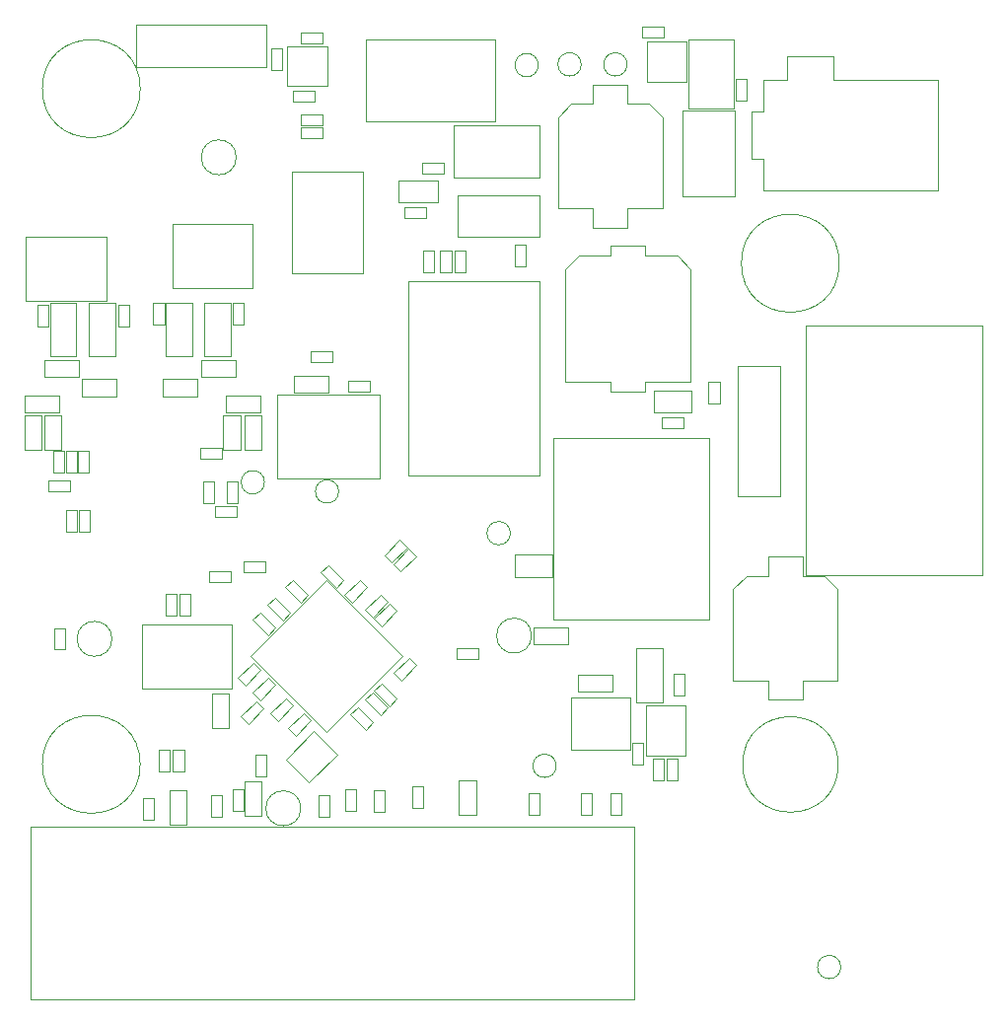
<source format=gbr>
G04 #@! TF.GenerationSoftware,KiCad,Pcbnew,(6.0.7)*
G04 #@! TF.CreationDate,2022-07-29T08:46:12-07:00*
G04 #@! TF.ProjectId,SJ-201-R10,534a2d32-3031-42d5-9231-302e6b696361,rev?*
G04 #@! TF.SameCoordinates,Original*
G04 #@! TF.FileFunction,Other,User*
%FSLAX46Y46*%
G04 Gerber Fmt 4.6, Leading zero omitted, Abs format (unit mm)*
G04 Created by KiCad (PCBNEW (6.0.7)) date 2022-07-29 08:46:12*
%MOMM*%
%LPD*%
G01*
G04 APERTURE LIST*
%ADD10C,0.050000*%
G04 APERTURE END LIST*
D10*
G04 #@! TO.C,J7*
X41670000Y-1406000D02*
X41670000Y-8406000D01*
X41670000Y-1406000D02*
X30570000Y-1406000D01*
X30570000Y-8406000D02*
X30570000Y-1406000D01*
X30570000Y-8406000D02*
X41670000Y-8406000D01*
G04 #@! TO.C,R16*
X52540000Y-66126000D02*
X52540000Y-67986000D01*
X51600000Y-66126000D02*
X52540000Y-66126000D01*
X51600000Y-67986000D02*
X51600000Y-66126000D01*
X52540000Y-67986000D02*
X51600000Y-67986000D01*
G04 #@! TO.C,R33*
X45491500Y-67986000D02*
X44551500Y-67986000D01*
X45491500Y-66126000D02*
X45491500Y-67986000D01*
X44551500Y-66126000D02*
X45491500Y-66126000D01*
X44551500Y-67986000D02*
X44551500Y-66126000D01*
G04 #@! TO.C,R20*
X24978000Y-7836840D02*
X26838000Y-7836840D01*
X26838000Y-8776840D02*
X24978000Y-8776840D01*
X24978000Y-8776840D02*
X24978000Y-7836840D01*
X26838000Y-7836840D02*
X26838000Y-8776840D01*
G04 #@! TO.C,TP4*
X46923200Y-63754000D02*
G75*
G03*
X46923200Y-63754000I-1000000J0D01*
G01*
G04 #@! TO.C,R25*
X26838000Y-8928000D02*
X26838000Y-9868000D01*
X26838000Y-9868000D02*
X24978000Y-9868000D01*
X24978000Y-9868000D02*
X24978000Y-8928000D01*
X24978000Y-8928000D02*
X26838000Y-8928000D01*
G04 #@! TO.C,Q3*
X54688000Y-1552000D02*
X58088000Y-1552000D01*
X58088000Y-1552000D02*
X58088000Y-5052000D01*
X54688000Y-5052000D02*
X54688000Y-1552000D01*
X58088000Y-5052000D02*
X54688000Y-5052000D01*
G04 #@! TO.C,R22*
X31280000Y-65872000D02*
X32220000Y-65872000D01*
X32220000Y-67732000D02*
X31280000Y-67732000D01*
X32220000Y-65872000D02*
X32220000Y-67732000D01*
X31280000Y-67732000D02*
X31280000Y-65872000D01*
G04 #@! TO.C,L1*
X46640000Y-51234000D02*
X60040000Y-51234000D01*
X60040000Y-51234000D02*
X60040000Y-35634000D01*
X46640000Y-35634000D02*
X46640000Y-51234000D01*
X60040000Y-35634000D02*
X46640000Y-35634000D01*
G04 #@! TO.C,R42*
X49060000Y-67986000D02*
X49060000Y-66126000D01*
X50000000Y-67986000D02*
X49060000Y-67986000D01*
X50000000Y-66126000D02*
X50000000Y-67986000D01*
X49060000Y-66126000D02*
X50000000Y-66126000D01*
G04 #@! TO.C,J5*
X66112800Y-29452000D02*
X62512800Y-29452000D01*
X62512800Y-40652000D02*
X66112800Y-40652000D01*
X62512800Y-29452000D02*
X62512800Y-40652000D01*
X66112800Y-40652000D02*
X66112800Y-29452000D01*
G04 #@! TO.C,J1*
X70710000Y-4876000D02*
X79710000Y-4876000D01*
X64710000Y-7626000D02*
X64710000Y-4876000D01*
X64710000Y-14126000D02*
X64710000Y-14376000D01*
X64710000Y-11626000D02*
X63710000Y-11626000D01*
X66710000Y-4876000D02*
X66710000Y-2876000D01*
X64710000Y-4876000D02*
X66710000Y-4876000D01*
X70710000Y-2876000D02*
X70710000Y-4876000D01*
X66710000Y-2876000D02*
X70710000Y-2876000D01*
X64710000Y-14376000D02*
X79710000Y-14376000D01*
X64710000Y-14126000D02*
X64710000Y-11626000D01*
X79710000Y-4876000D02*
X79710000Y-14376000D01*
X63710000Y-7626000D02*
X64710000Y-7626000D01*
X63710000Y-11626000D02*
X63710000Y-7626000D01*
G04 #@! TO.C,J3*
X1385400Y-23848600D02*
X8285400Y-23848600D01*
X1385400Y-18348600D02*
X1385400Y-23848600D01*
X8285400Y-23848600D02*
X8285400Y-18348600D01*
X8285400Y-18348600D02*
X1385400Y-18348600D01*
G04 #@! TO.C,J4*
X13983800Y-17256400D02*
X13983800Y-22756400D01*
X13983800Y-22756400D02*
X20883800Y-22756400D01*
X20883800Y-22756400D02*
X20883800Y-17256400D01*
X20883800Y-17256400D02*
X13983800Y-17256400D01*
G04 #@! TO.C,R38*
X22060000Y-64684000D02*
X21120000Y-64684000D01*
X21120000Y-64684000D02*
X21120000Y-62824000D01*
X21120000Y-62824000D02*
X22060000Y-62824000D01*
X22060000Y-62824000D02*
X22060000Y-64684000D01*
G04 #@! TO.C,L2*
X53272940Y-62359820D02*
X48212940Y-62359820D01*
X53272940Y-62359820D02*
X53272940Y-57859820D01*
X48212940Y-62359820D02*
X48212940Y-57859820D01*
X53272940Y-57859820D02*
X48212940Y-57859820D01*
G04 #@! TO.C,Q1*
X23790000Y-5412000D02*
X23790000Y-2012000D01*
X27290000Y-5412000D02*
X23790000Y-5412000D01*
X23790000Y-2012000D02*
X27290000Y-2012000D01*
X27290000Y-2012000D02*
X27290000Y-5412000D01*
G04 #@! TO.C,R2*
X24294380Y-6786140D02*
X24294380Y-5846140D01*
X26154380Y-6786140D02*
X24294380Y-6786140D01*
X24294380Y-5846140D02*
X26154380Y-5846140D01*
X26154380Y-5846140D02*
X26154380Y-6786140D01*
G04 #@! TO.C,R18*
X24978000Y-800000D02*
X26838000Y-800000D01*
X26838000Y-800000D02*
X26838000Y-1740000D01*
X26838000Y-1740000D02*
X24978000Y-1740000D01*
X24978000Y-1740000D02*
X24978000Y-800000D01*
G04 #@! TO.C,R32*
X23902051Y-60523269D02*
X25217269Y-59208051D01*
X24566731Y-61187949D02*
X23902051Y-60523269D01*
X25217269Y-59208051D02*
X25881949Y-59872731D01*
X25881949Y-59872731D02*
X24566731Y-61187949D01*
G04 #@! TO.C,C40*
X30551269Y-60679949D02*
X29236051Y-59364731D01*
X31215949Y-60015269D02*
X30551269Y-60679949D01*
X29900731Y-58700051D02*
X31215949Y-60015269D01*
X29236051Y-59364731D02*
X29900731Y-58700051D01*
G04 #@! TO.C,R27*
X56175000Y-1232000D02*
X54315000Y-1232000D01*
X56175000Y-292000D02*
X56175000Y-1232000D01*
X54315000Y-292000D02*
X56175000Y-292000D01*
X54315000Y-1232000D02*
X54315000Y-292000D01*
G04 #@! TO.C,C8*
X38230000Y-19520000D02*
X39170000Y-19520000D01*
X39170000Y-21380000D02*
X38230000Y-21380000D01*
X38230000Y-21380000D02*
X38230000Y-19520000D01*
X39170000Y-19520000D02*
X39170000Y-21380000D01*
G04 #@! TO.C,D1*
X55296000Y-33462000D02*
X58496000Y-33462000D01*
X55296000Y-31562000D02*
X55296000Y-33462000D01*
X58496000Y-31562000D02*
X58496000Y-33462000D01*
X55296000Y-31562000D02*
X58496000Y-31562000D01*
G04 #@! TO.C,C28*
X57826000Y-34760000D02*
X55966000Y-34760000D01*
X57826000Y-33820000D02*
X57826000Y-34760000D01*
X55966000Y-33820000D02*
X57826000Y-33820000D01*
X55966000Y-34760000D02*
X55966000Y-33820000D01*
G04 #@! TO.C,R41*
X34937002Y-55135678D02*
X33621784Y-56450896D01*
X33621784Y-56450896D02*
X32957104Y-55786216D01*
X32957104Y-55786216D02*
X34272322Y-54470998D01*
X34272322Y-54470998D02*
X34937002Y-55135678D01*
G04 #@! TO.C,C35*
X32485949Y-49712731D02*
X31170731Y-51027949D01*
X31821269Y-49048051D02*
X32485949Y-49712731D01*
X31170731Y-51027949D02*
X30506051Y-50363269D01*
X30506051Y-50363269D02*
X31821269Y-49048051D01*
G04 #@! TO.C,R34*
X33472269Y-44349051D02*
X34136949Y-45013731D01*
X32157051Y-45664269D02*
X33472269Y-44349051D01*
X32821731Y-46328949D02*
X32157051Y-45664269D01*
X34136949Y-45013731D02*
X32821731Y-46328949D01*
G04 #@! TO.C,R8*
X36980000Y-19520000D02*
X37920000Y-19520000D01*
X37920000Y-19520000D02*
X37920000Y-21380000D01*
X36980000Y-21380000D02*
X36980000Y-19520000D01*
X37920000Y-21380000D02*
X36980000Y-21380000D01*
G04 #@! TO.C,R39*
X14354000Y-50830000D02*
X13414000Y-50830000D01*
X13414000Y-48970000D02*
X14354000Y-48970000D01*
X13414000Y-50830000D02*
X13414000Y-48970000D01*
X14354000Y-48970000D02*
X14354000Y-50830000D01*
G04 #@! TO.C,C3*
X36470000Y-19520000D02*
X36470000Y-21380000D01*
X35530000Y-19520000D02*
X36470000Y-19520000D01*
X36470000Y-21380000D02*
X35530000Y-21380000D01*
X35530000Y-21380000D02*
X35530000Y-19520000D01*
G04 #@! TO.C,U1*
X34228000Y-22160000D02*
X34228000Y-38800000D01*
X34228000Y-38800000D02*
X45528000Y-38800000D01*
X45528000Y-22160000D02*
X34228000Y-22160000D01*
X45528000Y-38800000D02*
X45528000Y-22160000D01*
G04 #@! TO.C,C1*
X54586000Y-19150000D02*
X51586000Y-19150000D01*
X51586000Y-19150000D02*
X51586000Y-20000000D01*
X51586000Y-30800000D02*
X47686000Y-30800000D01*
X57336000Y-20000000D02*
X58486000Y-21150000D01*
X48836000Y-20000000D02*
X47686000Y-21150000D01*
X47686000Y-21150000D02*
X47686000Y-30800000D01*
X54586000Y-20000000D02*
X54586000Y-19150000D01*
X58486000Y-21150000D02*
X58486000Y-30800000D01*
X57336000Y-20000000D02*
X54586000Y-20000000D01*
X51586000Y-31650000D02*
X51586000Y-30800000D01*
X51586000Y-20000000D02*
X48836000Y-20000000D01*
X54586000Y-31650000D02*
X51586000Y-31650000D01*
X58486000Y-30800000D02*
X54586000Y-30800000D01*
X54586000Y-30800000D02*
X54586000Y-31650000D01*
G04 #@! TO.C,R40*
X14614000Y-50830000D02*
X14614000Y-48970000D01*
X15554000Y-50830000D02*
X14614000Y-50830000D01*
X14614000Y-48970000D02*
X15554000Y-48970000D01*
X15554000Y-48970000D02*
X15554000Y-50830000D01*
G04 #@! TO.C,C41*
X24103949Y-50617269D02*
X23439269Y-51281949D01*
X22788731Y-49302051D02*
X24103949Y-50617269D01*
X23439269Y-51281949D02*
X22124051Y-49966731D01*
X22124051Y-49966731D02*
X22788731Y-49302051D01*
G04 #@! TO.C,C63*
X62330000Y-6630000D02*
X62330000Y-4770000D01*
X63270000Y-4770000D02*
X63270000Y-6630000D01*
X62330000Y-4770000D02*
X63270000Y-4770000D01*
X63270000Y-6630000D02*
X62330000Y-6630000D01*
G04 #@! TO.C,C48*
X32485949Y-58745269D02*
X31821269Y-59409949D01*
X30506051Y-58094731D02*
X31170731Y-57430051D01*
X31821269Y-59409949D02*
X30506051Y-58094731D01*
X31170731Y-57430051D02*
X32485949Y-58745269D01*
G04 #@! TO.C,C42*
X30043269Y-47778051D02*
X30707949Y-48442731D01*
X29392731Y-49757949D02*
X28728051Y-49093269D01*
X30707949Y-48442731D02*
X29392731Y-49757949D01*
X28728051Y-49093269D02*
X30043269Y-47778051D01*
G04 #@! TO.C,C46*
X31932731Y-56668051D02*
X33247949Y-57983269D01*
X31268051Y-57332731D02*
X31932731Y-56668051D01*
X32583269Y-58647949D02*
X31268051Y-57332731D01*
X33247949Y-57983269D02*
X32583269Y-58647949D01*
G04 #@! TO.C,D14*
X38500000Y-18325000D02*
X38500000Y-14825000D01*
X38500000Y-14825000D02*
X45500000Y-14825000D01*
X45500000Y-18325000D02*
X38500000Y-18325000D01*
X45500000Y-14825000D02*
X45500000Y-18325000D01*
G04 #@! TO.C,C43*
X40274600Y-53632000D02*
X40274600Y-54572000D01*
X38414600Y-53632000D02*
X40274600Y-53632000D01*
X40274600Y-54572000D02*
X38414600Y-54572000D01*
X38414600Y-54572000D02*
X38414600Y-53632000D01*
G04 #@! TO.C,C44*
X31268051Y-51125269D02*
X32583269Y-49810051D01*
X32583269Y-49810051D02*
X33247949Y-50474731D01*
X31932731Y-51789949D02*
X31268051Y-51125269D01*
X33247949Y-50474731D02*
X31932731Y-51789949D01*
G04 #@! TO.C,C45*
X19838051Y-59507269D02*
X21153269Y-58192051D01*
X20502731Y-60171949D02*
X19838051Y-59507269D01*
X21817949Y-58856731D02*
X20502731Y-60171949D01*
X21153269Y-58192051D02*
X21817949Y-58856731D01*
G04 #@! TO.C,C53*
X26696051Y-47172731D02*
X27360731Y-46508051D01*
X27360731Y-46508051D02*
X28675949Y-47823269D01*
X28011269Y-48487949D02*
X26696051Y-47172731D01*
X28675949Y-47823269D02*
X28011269Y-48487949D01*
G04 #@! TO.C,C50*
X23042731Y-59917949D02*
X22378051Y-59253269D01*
X23693269Y-57938051D02*
X24357949Y-58602731D01*
X24357949Y-58602731D02*
X23042731Y-59917949D01*
X22378051Y-59253269D02*
X23693269Y-57938051D01*
G04 #@! TO.C,C4*
X60007400Y-32680000D02*
X60007400Y-30820000D01*
X60947400Y-32680000D02*
X60007400Y-32680000D01*
X60007400Y-30820000D02*
X60947400Y-30820000D01*
X60947400Y-30820000D02*
X60947400Y-32680000D01*
G04 #@! TO.C,C55*
X37252000Y-12916000D02*
X35392000Y-12916000D01*
X35392000Y-12916000D02*
X35392000Y-11976000D01*
X37252000Y-11976000D02*
X37252000Y-12916000D01*
X35392000Y-11976000D02*
X37252000Y-11976000D01*
G04 #@! TO.C,C57*
X33868000Y-15786000D02*
X35728000Y-15786000D01*
X35728000Y-15786000D02*
X35728000Y-16726000D01*
X35728000Y-16726000D02*
X33868000Y-16726000D01*
X33868000Y-16726000D02*
X33868000Y-15786000D01*
G04 #@! TO.C,C49*
X22169269Y-52551949D02*
X20854051Y-51236731D01*
X22833949Y-51887269D02*
X22169269Y-52551949D01*
X20854051Y-51236731D02*
X21518731Y-50572051D01*
X21518731Y-50572051D02*
X22833949Y-51887269D01*
G04 #@! TO.C,C47*
X23648051Y-48442731D02*
X24312731Y-47778051D01*
X24312731Y-47778051D02*
X25627949Y-49093269D01*
X25627949Y-49093269D02*
X24963269Y-49757949D01*
X24963269Y-49757949D02*
X23648051Y-48442731D01*
G04 #@! TO.C,C51*
X12357200Y-66532400D02*
X12357200Y-68392400D01*
X11417200Y-68392400D02*
X11417200Y-66532400D01*
X12357200Y-68392400D02*
X11417200Y-68392400D01*
X11417200Y-66532400D02*
X12357200Y-66532400D01*
G04 #@! TO.C,C52*
X20248731Y-56869949D02*
X19584051Y-56205269D01*
X21563949Y-55554731D02*
X20248731Y-56869949D01*
X20899269Y-54890051D02*
X21563949Y-55554731D01*
X19584051Y-56205269D02*
X20899269Y-54890051D01*
G04 #@! TO.C,R1*
X44331000Y-20919200D02*
X43391000Y-20919200D01*
X44331000Y-19059200D02*
X44331000Y-20919200D01*
X43391000Y-20919200D02*
X43391000Y-19059200D01*
X43391000Y-19059200D02*
X44331000Y-19059200D01*
G04 #@! TO.C,H3*
X11214300Y-5637800D02*
G75*
G03*
X11214300Y-5637800I-4200000J0D01*
G01*
G04 #@! TO.C,C6*
X63248800Y-47443000D02*
X62098800Y-48593000D01*
X69948800Y-47443000D02*
X71098800Y-48593000D01*
X68098800Y-47443000D02*
X68098800Y-45793000D01*
X62098800Y-48593000D02*
X62098800Y-56443000D01*
X65098800Y-58093000D02*
X65098800Y-56443000D01*
X69948800Y-47443000D02*
X68098800Y-47443000D01*
X65098800Y-45793000D02*
X65098800Y-47443000D01*
X68098800Y-45793000D02*
X65098800Y-45793000D01*
X68098800Y-56443000D02*
X68098800Y-58093000D01*
X65098800Y-56443000D02*
X62098800Y-56443000D01*
X71098800Y-56443000D02*
X68098800Y-56443000D01*
X65098800Y-47443000D02*
X63248800Y-47443000D01*
X71098800Y-48593000D02*
X71098800Y-56443000D01*
X68098800Y-58093000D02*
X65098800Y-58093000D01*
G04 #@! TO.C,U5*
X11384000Y-57100000D02*
X19084000Y-57100000D01*
X19084000Y-51600000D02*
X11384000Y-51600000D01*
X19084000Y-57100000D02*
X19084000Y-51600000D01*
X11384000Y-51600000D02*
X11384000Y-57100000D01*
G04 #@! TO.C,R24*
X18830000Y-57520000D02*
X18830000Y-60480000D01*
X17370000Y-60480000D02*
X17370000Y-57520000D01*
X17370000Y-57520000D02*
X18830000Y-57520000D01*
X18830000Y-60480000D02*
X17370000Y-60480000D01*
G04 #@! TO.C,TP18*
X71358000Y-81026000D02*
G75*
G03*
X71358000Y-81026000I-1000000J0D01*
G01*
G04 #@! TO.C,C7*
X53458100Y-61774000D02*
X54398100Y-61774000D01*
X54398100Y-61774000D02*
X54398100Y-63634000D01*
X54398100Y-63634000D02*
X53458100Y-63634000D01*
X53458100Y-63634000D02*
X53458100Y-61774000D01*
G04 #@! TO.C,R4*
X56174000Y-63174000D02*
X56174000Y-65034000D01*
X55234000Y-65034000D02*
X55234000Y-63174000D01*
X56174000Y-65034000D02*
X55234000Y-65034000D01*
X55234000Y-63174000D02*
X56174000Y-63174000D01*
G04 #@! TO.C,C5*
X57949020Y-57699720D02*
X57009020Y-57699720D01*
X57009020Y-57699720D02*
X57009020Y-55839720D01*
X57949020Y-55839720D02*
X57949020Y-57699720D01*
X57009020Y-55839720D02*
X57949020Y-55839720D01*
G04 #@! TO.C,D15*
X53791560Y-58332320D02*
X56091560Y-58332320D01*
X53791560Y-53632320D02*
X56091560Y-53632320D01*
X56091560Y-53632320D02*
X56091560Y-58332320D01*
X53791560Y-58332320D02*
X53791560Y-53632320D01*
G04 #@! TO.C,J6*
X1802000Y-83796000D02*
X53602000Y-83796000D01*
X53602000Y-68946000D02*
X1802000Y-68946000D01*
X53602000Y-83796000D02*
X53602000Y-68946000D01*
X1802000Y-68946000D02*
X1802000Y-83796000D01*
G04 #@! TO.C,X1*
X25695868Y-65184031D02*
X28100031Y-62779868D01*
X23715969Y-63204132D02*
X25695868Y-65184031D01*
X28100031Y-62779868D02*
X26120132Y-60799969D01*
X26120132Y-60799969D02*
X23715969Y-63204132D01*
G04 #@! TO.C,FB8*
X62150000Y-7350000D02*
X58250000Y-7350000D01*
X58250000Y-1450000D02*
X62150000Y-1450000D01*
X58250000Y-7350000D02*
X58250000Y-1450000D01*
X62150000Y-1450000D02*
X62150000Y-7350000D01*
G04 #@! TO.C,C64*
X56062000Y-8080000D02*
X56062000Y-15930000D01*
X50062000Y-15930000D02*
X47062000Y-15930000D01*
X54912000Y-6930000D02*
X53062000Y-6930000D01*
X56062000Y-15930000D02*
X53062000Y-15930000D01*
X47062000Y-8080000D02*
X47062000Y-15930000D01*
X54912000Y-6930000D02*
X56062000Y-8080000D01*
X53062000Y-17580000D02*
X50062000Y-17580000D01*
X53062000Y-15930000D02*
X53062000Y-17580000D01*
X53062000Y-6930000D02*
X53062000Y-5280000D01*
X50062000Y-6930000D02*
X48212000Y-6930000D01*
X50062000Y-17580000D02*
X50062000Y-15930000D01*
X50062000Y-5280000D02*
X50062000Y-6930000D01*
X48212000Y-6930000D02*
X47062000Y-8080000D01*
X53062000Y-5280000D02*
X50062000Y-5280000D01*
G04 #@! TO.C,H4*
X11214300Y-63626000D02*
G75*
G03*
X11214300Y-63626000I-4200000J0D01*
G01*
G04 #@! TO.C,R5*
X34898949Y-45775731D02*
X33583731Y-47090949D01*
X33583731Y-47090949D02*
X32919051Y-46426269D01*
X34234269Y-45111051D02*
X34898949Y-45775731D01*
X32919051Y-46426269D02*
X34234269Y-45111051D01*
G04 #@! TO.C,U7*
X58036020Y-58562120D02*
X54636020Y-58562120D01*
X58036020Y-58562120D02*
X58036020Y-62902120D01*
X54636020Y-62902120D02*
X54636020Y-58562120D01*
X54636020Y-62902120D02*
X58036020Y-62902120D01*
G04 #@! TO.C,C37*
X48795580Y-55955900D02*
X51755580Y-55955900D01*
X51755580Y-57415900D02*
X48795580Y-57415900D01*
X51755580Y-55955900D02*
X51755580Y-57415900D01*
X48795580Y-57415900D02*
X48795580Y-55955900D01*
G04 #@! TO.C,H1*
X71221800Y-20623800D02*
G75*
G03*
X71221800Y-20623800I-4200000J0D01*
G01*
G04 #@! TO.C,R3*
X56434000Y-65034000D02*
X56434000Y-63174000D01*
X57374000Y-65034000D02*
X56434000Y-65034000D01*
X57374000Y-63174000D02*
X57374000Y-65034000D01*
X56434000Y-63174000D02*
X57374000Y-63174000D01*
G04 #@! TO.C,H2*
X71134500Y-63638700D02*
G75*
G03*
X71134500Y-63638700I-4100000J0D01*
G01*
G04 #@! TO.C,FB5*
X36732000Y-15428000D02*
X33372000Y-15428000D01*
X33372000Y-15428000D02*
X33372000Y-13528000D01*
X33372000Y-13528000D02*
X36732000Y-13528000D01*
X36732000Y-13528000D02*
X36732000Y-15428000D01*
G04 #@! TO.C,C17*
X2962500Y-33690200D02*
X4422500Y-33690200D01*
X4422500Y-36650200D02*
X2962500Y-36650200D01*
X2962500Y-36650200D02*
X2962500Y-33690200D01*
X4422500Y-33690200D02*
X4422500Y-36650200D01*
G04 #@! TO.C,C20*
X2720700Y-36650200D02*
X1260700Y-36650200D01*
X1260700Y-33690200D02*
X2720700Y-33690200D01*
X2720700Y-33690200D02*
X2720700Y-36650200D01*
X1260700Y-36650200D02*
X1260700Y-33690200D01*
G04 #@! TO.C,C19*
X4283400Y-32001800D02*
X4283400Y-33461800D01*
X1323400Y-33461800D02*
X1323400Y-32001800D01*
X4283400Y-33461800D02*
X1323400Y-33461800D01*
X1323400Y-32001800D02*
X4283400Y-32001800D01*
G04 #@! TO.C,R19*
X40030000Y-65020000D02*
X40030000Y-67980000D01*
X40030000Y-67980000D02*
X38570000Y-67980000D01*
X38570000Y-65020000D02*
X40030000Y-65020000D01*
X38570000Y-67980000D02*
X38570000Y-65020000D01*
G04 #@! TO.C,C62*
X12341000Y-25914800D02*
X12341000Y-24054800D01*
X12341000Y-24054800D02*
X13281000Y-24054800D01*
X13281000Y-25914800D02*
X12341000Y-25914800D01*
X13281000Y-24054800D02*
X13281000Y-25914800D01*
G04 #@! TO.C,U4*
X22975500Y-39130500D02*
X31775500Y-39130500D01*
X31775500Y-39130500D02*
X31775500Y-31930500D01*
X22975500Y-31930500D02*
X22975500Y-39130500D01*
X31775500Y-31930500D02*
X22975500Y-31930500D01*
G04 #@! TO.C,R6*
X6831300Y-36726500D02*
X6831300Y-38586500D01*
X5891300Y-38586500D02*
X5891300Y-36726500D01*
X6831300Y-38586500D02*
X5891300Y-38586500D01*
X5891300Y-36726500D02*
X6831300Y-36726500D01*
G04 #@! TO.C,C10*
X3741300Y-36726500D02*
X4681300Y-36726500D01*
X4681300Y-36726500D02*
X4681300Y-38586500D01*
X4681300Y-38586500D02*
X3741300Y-38586500D01*
X3741300Y-38586500D02*
X3741300Y-36726500D01*
G04 #@! TO.C,C61*
X4864000Y-43678200D02*
X4864000Y-41818200D01*
X4864000Y-41818200D02*
X5804000Y-41818200D01*
X5804000Y-41818200D02*
X5804000Y-43678200D01*
X5804000Y-43678200D02*
X4864000Y-43678200D01*
G04 #@! TO.C,C60*
X24420000Y-31730000D02*
X24420000Y-30270000D01*
X24420000Y-30270000D02*
X27380000Y-30270000D01*
X27380000Y-31730000D02*
X24420000Y-31730000D01*
X27380000Y-30270000D02*
X27380000Y-31730000D01*
G04 #@! TO.C,R50*
X19500680Y-41475920D02*
X19500680Y-42415920D01*
X19500680Y-42415920D02*
X17640680Y-42415920D01*
X17640680Y-41475920D02*
X19500680Y-41475920D01*
X17640680Y-42415920D02*
X17640680Y-41475920D01*
G04 #@! TO.C,C59*
X30965499Y-30708500D02*
X30965499Y-31648500D01*
X29105499Y-30708500D02*
X30965499Y-30708500D01*
X29105499Y-31648500D02*
X29105499Y-30708500D01*
X30965499Y-31648500D02*
X29105499Y-31648500D01*
G04 #@! TO.C,FB4*
X15658200Y-24051000D02*
X15658200Y-28611000D01*
X15658200Y-28611000D02*
X13418200Y-28611000D01*
X13418200Y-28611000D02*
X13418200Y-24051000D01*
X13418200Y-24051000D02*
X15658200Y-24051000D01*
G04 #@! TO.C,FB3*
X16720200Y-24051000D02*
X18960200Y-24051000D01*
X18960200Y-24051000D02*
X18960200Y-28611000D01*
X16720200Y-28611000D02*
X16720200Y-24051000D01*
X18960200Y-28611000D02*
X16720200Y-28611000D01*
G04 #@! TO.C,C11*
X5751300Y-38581500D02*
X4811300Y-38581500D01*
X4811300Y-38581500D02*
X4811300Y-36721500D01*
X4811300Y-36721500D02*
X5751300Y-36721500D01*
X5751300Y-36721500D02*
X5751300Y-38581500D01*
G04 #@! TO.C,C23*
X16069000Y-30579400D02*
X16069000Y-32039400D01*
X13109000Y-32039400D02*
X13109000Y-30579400D01*
X16069000Y-32039400D02*
X13109000Y-32039400D01*
X13109000Y-30579400D02*
X16069000Y-30579400D01*
G04 #@! TO.C,C16*
X3291300Y-39281500D02*
X5151300Y-39281500D01*
X3291300Y-40221500D02*
X3291300Y-39281500D01*
X5151300Y-40221500D02*
X3291300Y-40221500D01*
X5151300Y-39281500D02*
X5151300Y-40221500D01*
G04 #@! TO.C,C26*
X19421800Y-30375700D02*
X16461800Y-30375700D01*
X16461800Y-28915700D02*
X19421800Y-28915700D01*
X19421800Y-28915700D02*
X19421800Y-30375700D01*
X16461800Y-30375700D02*
X16461800Y-28915700D01*
G04 #@! TO.C,C14*
X20166300Y-33690200D02*
X21626300Y-33690200D01*
X20166300Y-36650200D02*
X20166300Y-33690200D01*
X21626300Y-33690200D02*
X21626300Y-36650200D01*
X21626300Y-36650200D02*
X20166300Y-36650200D01*
G04 #@! TO.C,C39*
X19122800Y-24054800D02*
X20062800Y-24054800D01*
X20062800Y-24054800D02*
X20062800Y-25914800D01*
X20062800Y-25914800D02*
X19122800Y-25914800D01*
X19122800Y-25914800D02*
X19122800Y-24054800D01*
G04 #@! TO.C,C18*
X21540900Y-31945700D02*
X21540900Y-33405700D01*
X18580900Y-31945700D02*
X21540900Y-31945700D01*
X21540900Y-33405700D02*
X18580900Y-33405700D01*
X18580900Y-33405700D02*
X18580900Y-31945700D01*
G04 #@! TO.C,C24*
X18644100Y-41191900D02*
X18644100Y-39331900D01*
X18644100Y-39331900D02*
X19584100Y-39331900D01*
X19584100Y-39331900D02*
X19584100Y-41191900D01*
X19584100Y-41191900D02*
X18644100Y-41191900D01*
G04 #@! TO.C,C21*
X17552100Y-41168900D02*
X16612100Y-41168900D01*
X16612100Y-41168900D02*
X16612100Y-39308900D01*
X17552100Y-39308900D02*
X17552100Y-41168900D01*
X16612100Y-39308900D02*
X17552100Y-39308900D01*
G04 #@! TO.C,C12*
X5984000Y-41823200D02*
X6924000Y-41823200D01*
X5984000Y-43683200D02*
X5984000Y-41823200D01*
X6924000Y-43683200D02*
X5984000Y-43683200D01*
X6924000Y-41823200D02*
X6924000Y-43683200D01*
G04 #@! TO.C,C13*
X18341300Y-33690200D02*
X19801300Y-33690200D01*
X18341300Y-36650200D02*
X18341300Y-33690200D01*
X19801300Y-36650200D02*
X18341300Y-36650200D01*
X19801300Y-33690200D02*
X19801300Y-36650200D01*
G04 #@! TO.C,C15*
X16367400Y-36487000D02*
X18227400Y-36487000D01*
X16367400Y-37427000D02*
X16367400Y-36487000D01*
X18227400Y-36487000D02*
X18227400Y-37427000D01*
X18227400Y-37427000D02*
X16367400Y-37427000D01*
G04 #@! TO.C,FB1*
X3461400Y-24051000D02*
X5701400Y-24051000D01*
X5701400Y-28611000D02*
X3461400Y-28611000D01*
X5701400Y-24051000D02*
X5701400Y-28611000D01*
X3461400Y-28611000D02*
X3461400Y-24051000D01*
G04 #@! TO.C,FB2*
X9066900Y-24051000D02*
X9066900Y-28611000D01*
X9066900Y-28611000D02*
X6826900Y-28611000D01*
X6826900Y-28611000D02*
X6826900Y-24051000D01*
X6826900Y-24051000D02*
X9066900Y-24051000D01*
G04 #@! TO.C,C27*
X3324200Y-26041800D02*
X2384200Y-26041800D01*
X3324200Y-24181800D02*
X3324200Y-26041800D01*
X2384200Y-26041800D02*
X2384200Y-24181800D01*
X2384200Y-24181800D02*
X3324200Y-24181800D01*
G04 #@! TO.C,C25*
X2974400Y-28915700D02*
X5934400Y-28915700D01*
X5934400Y-30375700D02*
X2974400Y-30375700D01*
X2974400Y-30375700D02*
X2974400Y-28915700D01*
X5934400Y-28915700D02*
X5934400Y-30375700D01*
G04 #@! TO.C,C22*
X6200200Y-30579400D02*
X9160200Y-30579400D01*
X9160200Y-32039400D02*
X6200200Y-32039400D01*
X9160200Y-30579400D02*
X9160200Y-32039400D01*
X6200200Y-32039400D02*
X6200200Y-30579400D01*
G04 #@! TO.C,C38*
X10258400Y-24181800D02*
X10258400Y-26041800D01*
X9318400Y-24181800D02*
X10258400Y-24181800D01*
X10258400Y-26041800D02*
X9318400Y-26041800D01*
X9318400Y-26041800D02*
X9318400Y-24181800D01*
G04 #@! TO.C,R65*
X17280000Y-68132000D02*
X17280000Y-66272000D01*
X18220000Y-66272000D02*
X18220000Y-68132000D01*
X17280000Y-66272000D02*
X18220000Y-66272000D01*
X18220000Y-68132000D02*
X17280000Y-68132000D01*
G04 #@! TO.C,TP29*
X8789800Y-52857400D02*
G75*
G03*
X8789800Y-52857400I-1500000J0D01*
G01*
G04 #@! TO.C,TP30*
X25000000Y-67400000D02*
G75*
G03*
X25000000Y-67400000I-1500000J0D01*
G01*
G04 #@! TO.C,TP31*
X44807000Y-52578000D02*
G75*
G03*
X44807000Y-52578000I-1500000J0D01*
G01*
G04 #@! TO.C,TP32*
X19457800Y-11531600D02*
G75*
G03*
X19457800Y-11531600I-1500000J0D01*
G01*
G04 #@! TO.C,TP33*
X28254200Y-40208200D02*
G75*
G03*
X28254200Y-40208200I-1000000J0D01*
G01*
G04 #@! TO.C,TP34*
X21878800Y-39420800D02*
G75*
G03*
X21878800Y-39420800I-1000000J0D01*
G01*
G04 #@! TO.C,TP3*
X42986200Y-43789600D02*
G75*
G03*
X42986200Y-43789600I-1000000J0D01*
G01*
G04 #@! TO.C,TP8*
X45386500Y-3619500D02*
G75*
G03*
X45386500Y-3619500I-1000000J0D01*
G01*
G04 #@! TO.C,TP12*
X49069500Y-3556000D02*
G75*
G03*
X49069500Y-3556000I-1000000J0D01*
G01*
G04 #@! TO.C,TP13*
X53006500Y-3556000D02*
G75*
G03*
X53006500Y-3556000I-1000000J0D01*
G01*
G04 #@! TO.C,J11*
X83503000Y-25993400D02*
X68373000Y-25993400D01*
X68373000Y-25993400D02*
X68373000Y-47353400D01*
X83503000Y-47353400D02*
X83503000Y-25993400D01*
X68373000Y-47353400D02*
X83503000Y-47353400D01*
G04 #@! TO.C,R10*
X17154800Y-47078800D02*
X19014800Y-47078800D01*
X19014800Y-47078800D02*
X19014800Y-48018800D01*
X19014800Y-48018800D02*
X17154800Y-48018800D01*
X17154800Y-48018800D02*
X17154800Y-47078800D01*
G04 #@! TO.C,C36*
X22169269Y-56160051D02*
X22833949Y-56824731D01*
X20854051Y-57475269D02*
X22169269Y-56160051D01*
X21518731Y-58139949D02*
X20854051Y-57475269D01*
X22833949Y-56824731D02*
X21518731Y-58139949D01*
G04 #@! TO.C,U8*
X33683382Y-54356000D02*
X27178000Y-47850618D01*
X27178000Y-60861382D02*
X33683382Y-54356000D01*
X27178000Y-47850618D02*
X20672618Y-54356000D01*
X20672618Y-54356000D02*
X27178000Y-60861382D01*
G04 #@! TO.C,R21*
X45020000Y-51870000D02*
X47980000Y-51870000D01*
X47980000Y-53330000D02*
X45020000Y-53330000D01*
X45020000Y-53330000D02*
X45020000Y-51870000D01*
X47980000Y-51870000D02*
X47980000Y-53330000D01*
G04 #@! TO.C,R9*
X14030000Y-64230000D02*
X14030000Y-62370000D01*
X14970000Y-62370000D02*
X14970000Y-64230000D01*
X14030000Y-62370000D02*
X14970000Y-62370000D01*
X14970000Y-64230000D02*
X14030000Y-64230000D01*
G04 #@! TO.C,R14*
X26530000Y-68130000D02*
X26530000Y-66270000D01*
X27470000Y-66270000D02*
X27470000Y-68130000D01*
X26530000Y-66270000D02*
X27470000Y-66270000D01*
X27470000Y-68130000D02*
X26530000Y-68130000D01*
G04 #@! TO.C,R11*
X21630000Y-68080000D02*
X20170000Y-68080000D01*
X20170000Y-68080000D02*
X20170000Y-65120000D01*
X20170000Y-65120000D02*
X21630000Y-65120000D01*
X21630000Y-65120000D02*
X21630000Y-68080000D01*
G04 #@! TO.C,C65*
X35461200Y-67356400D02*
X34541200Y-67356400D01*
X34541200Y-67356400D02*
X34541200Y-65536400D01*
X35461200Y-65536400D02*
X35461200Y-67356400D01*
X34541200Y-65536400D02*
X35461200Y-65536400D01*
G04 #@! TO.C,D19*
X46600000Y-45650000D02*
X43400000Y-45650000D01*
X43400000Y-47550000D02*
X43400000Y-45650000D01*
X46600000Y-47550000D02*
X43400000Y-47550000D01*
X46600000Y-47550000D02*
X46600000Y-45650000D01*
G04 #@! TO.C,D20*
X38150000Y-13250000D02*
X38150000Y-8750000D01*
X38150000Y-8750000D02*
X45450000Y-8750000D01*
X45450000Y-8750000D02*
X45450000Y-13250000D01*
X45450000Y-13250000D02*
X38150000Y-13250000D01*
G04 #@! TO.C,C32*
X20121200Y-46225200D02*
X21941200Y-46225200D01*
X20121200Y-47145200D02*
X20121200Y-46225200D01*
X21941200Y-47145200D02*
X20121200Y-47145200D01*
X21941200Y-46225200D02*
X21941200Y-47145200D01*
G04 #@! TO.C,R12*
X20070000Y-65780000D02*
X20070000Y-67640000D01*
X19130000Y-65780000D02*
X20070000Y-65780000D01*
X20070000Y-67640000D02*
X19130000Y-67640000D01*
X19130000Y-67640000D02*
X19130000Y-65780000D01*
G04 #@! TO.C,C2*
X23396200Y-4034200D02*
X22476200Y-4034200D01*
X22476200Y-2214200D02*
X23396200Y-2214200D01*
X22476200Y-4034200D02*
X22476200Y-2214200D01*
X23396200Y-2214200D02*
X23396200Y-4034200D01*
G04 #@! TO.C,R64*
X13748000Y-65830000D02*
X15208000Y-65830000D01*
X15208000Y-68790000D02*
X13748000Y-68790000D01*
X13748000Y-68790000D02*
X13748000Y-65830000D01*
X15208000Y-65830000D02*
X15208000Y-68790000D01*
G04 #@! TO.C,C29*
X3858000Y-53742000D02*
X3858000Y-51922000D01*
X3858000Y-51922000D02*
X4778000Y-51922000D01*
X4778000Y-53742000D02*
X3858000Y-53742000D01*
X4778000Y-51922000D02*
X4778000Y-53742000D01*
G04 #@! TO.C,J12*
X24204600Y-12794600D02*
X24204600Y-21444600D01*
X24204600Y-21444600D02*
X30354600Y-21444600D01*
X30354600Y-12794600D02*
X24204600Y-12794600D01*
X30354600Y-21444600D02*
X30354600Y-12794600D01*
G04 #@! TO.C,D16*
X57750000Y-14850000D02*
X57750000Y-7550000D01*
X62250000Y-14850000D02*
X57750000Y-14850000D01*
X62250000Y-7550000D02*
X62250000Y-14850000D01*
X57750000Y-7550000D02*
X62250000Y-7550000D01*
G04 #@! TO.C,J9*
X10859200Y-3755800D02*
X22059200Y-3755800D01*
X22059200Y-155800D02*
X10859200Y-155800D01*
X22059200Y-3755800D02*
X22059200Y-155800D01*
X10859200Y-155800D02*
X10859200Y-3755800D01*
G04 #@! TO.C,R15*
X28830000Y-65780000D02*
X29770000Y-65780000D01*
X29770000Y-65780000D02*
X29770000Y-67640000D01*
X29770000Y-67640000D02*
X28830000Y-67640000D01*
X28830000Y-67640000D02*
X28830000Y-65780000D01*
G04 #@! TO.C,C33*
X27681600Y-29060400D02*
X25861600Y-29060400D01*
X27681600Y-28140400D02*
X27681600Y-29060400D01*
X25861600Y-29060400D02*
X25861600Y-28140400D01*
X25861600Y-28140400D02*
X27681600Y-28140400D01*
G04 #@! TO.C,R7*
X13770000Y-64230000D02*
X12830000Y-64230000D01*
X12830000Y-62370000D02*
X13770000Y-62370000D01*
X12830000Y-64230000D02*
X12830000Y-62370000D01*
X13770000Y-62370000D02*
X13770000Y-64230000D01*
G04 #@! TD*
M02*

</source>
